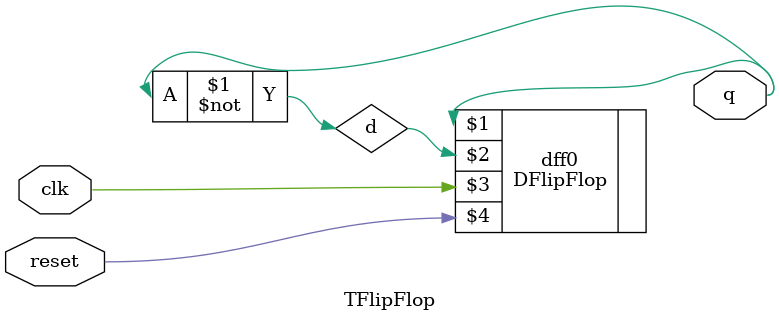
<source format=v>
`timescale 1ns / 1ps



module TFlipFlop(q, clk, reset);
output q;
input clk, reset;
wire d;

DFlipFlop dff0(q, d, clk, reset);
not n1(d, q);
endmodule

</source>
